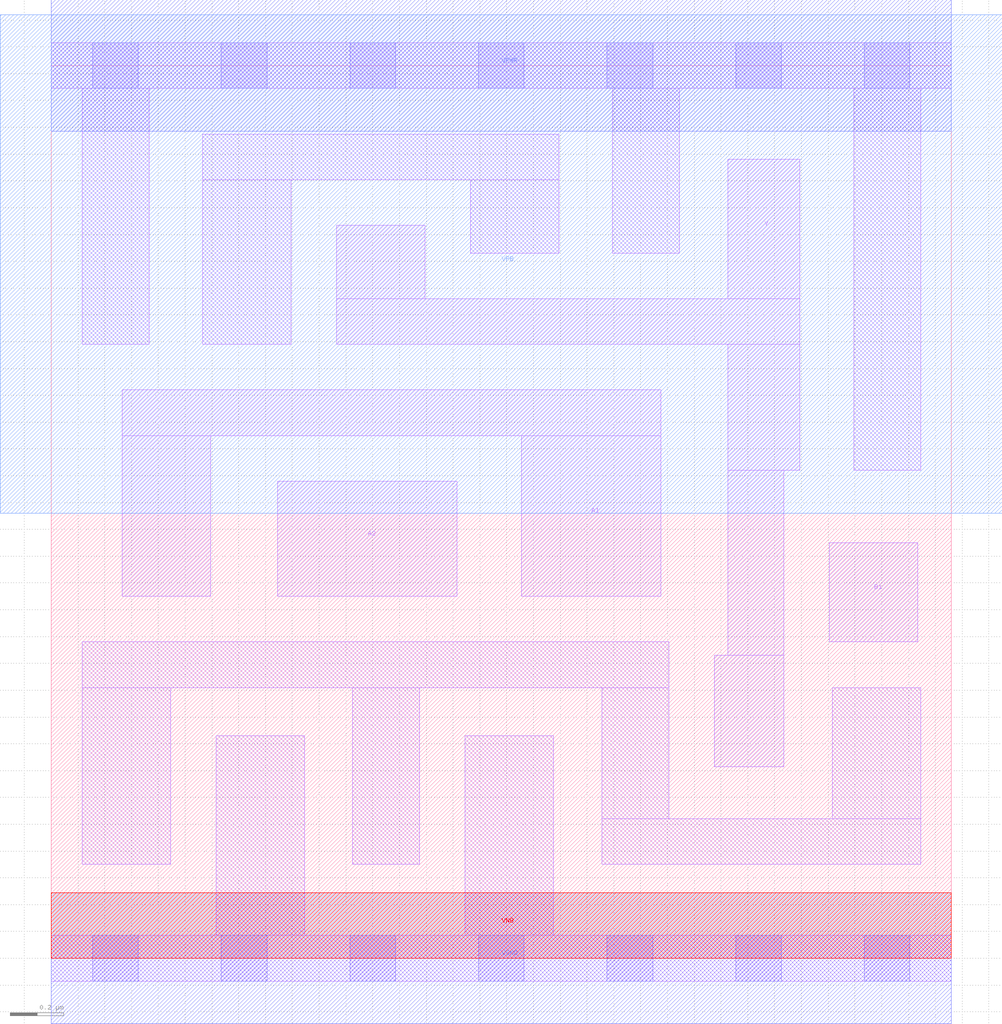
<source format=lef>
# Copyright 2020 The SkyWater PDK Authors
#
# Licensed under the Apache License, Version 2.0 (the "License");
# you may not use this file except in compliance with the License.
# You may obtain a copy of the License at
#
#     https://www.apache.org/licenses/LICENSE-2.0
#
# Unless required by applicable law or agreed to in writing, software
# distributed under the License is distributed on an "AS IS" BASIS,
# WITHOUT WARRANTIES OR CONDITIONS OF ANY KIND, either express or implied.
# See the License for the specific language governing permissions and
# limitations under the License.
#
# SPDX-License-Identifier: Apache-2.0

VERSION 5.7 ;
  NOWIREEXTENSIONATPIN ON ;
  DIVIDERCHAR "/" ;
  BUSBITCHARS "[]" ;
MACRO sky130_fd_sc_ls__o21ai_2
  CLASS CORE ;
  FOREIGN sky130_fd_sc_ls__o21ai_2 ;
  ORIGIN  0.000000  0.000000 ;
  SIZE  3.360000 BY  3.330000 ;
  SYMMETRY X Y ;
  SITE unit ;
  PIN A1
    ANTENNAGATEAREA  0.558000 ;
    DIRECTION INPUT ;
    USE SIGNAL ;
    PORT
      LAYER li1 ;
        RECT 0.265000 1.350000 0.595000 1.950000 ;
        RECT 0.265000 1.950000 2.275000 2.120000 ;
        RECT 1.755000 1.350000 2.275000 1.950000 ;
    END
  END A1
  PIN A2
    ANTENNAGATEAREA  0.558000 ;
    DIRECTION INPUT ;
    USE SIGNAL ;
    PORT
      LAYER li1 ;
        RECT 0.845000 1.350000 1.515000 1.780000 ;
    END
  END A2
  PIN B1
    ANTENNAGATEAREA  0.558000 ;
    DIRECTION INPUT ;
    USE SIGNAL ;
    PORT
      LAYER li1 ;
        RECT 2.905000 1.180000 3.235000 1.550000 ;
    END
  END B1
  PIN Y
    ANTENNADIFFAREA  0.961100 ;
    DIRECTION OUTPUT ;
    USE SIGNAL ;
    PORT
      LAYER li1 ;
        RECT 1.065000 2.290000 2.795000 2.460000 ;
        RECT 1.065000 2.460000 1.395000 2.735000 ;
        RECT 2.475000 0.715000 2.735000 1.130000 ;
        RECT 2.525000 1.130000 2.735000 1.820000 ;
        RECT 2.525000 1.820000 2.795000 2.290000 ;
        RECT 2.525000 2.460000 2.795000 2.980000 ;
    END
  END Y
  PIN VGND
    DIRECTION INOUT ;
    SHAPE ABUTMENT ;
    USE GROUND ;
    PORT
      LAYER met1 ;
        RECT 0.000000 -0.245000 3.360000 0.245000 ;
    END
  END VGND
  PIN VNB
    DIRECTION INOUT ;
    USE GROUND ;
    PORT
      LAYER pwell ;
        RECT 0.000000 0.000000 3.360000 0.245000 ;
    END
  END VNB
  PIN VPB
    DIRECTION INOUT ;
    USE POWER ;
    PORT
      LAYER nwell ;
        RECT -0.190000 1.660000 3.550000 3.520000 ;
    END
  END VPB
  PIN VPWR
    DIRECTION INOUT ;
    SHAPE ABUTMENT ;
    USE POWER ;
    PORT
      LAYER met1 ;
        RECT 0.000000 3.085000 3.360000 3.575000 ;
    END
  END VPWR
  OBS
    LAYER li1 ;
      RECT 0.000000 -0.085000 3.360000 0.085000 ;
      RECT 0.000000  3.245000 3.360000 3.415000 ;
      RECT 0.115000  0.350000 0.445000 1.010000 ;
      RECT 0.115000  1.010000 2.305000 1.180000 ;
      RECT 0.115000  2.290000 0.365000 3.245000 ;
      RECT 0.565000  2.290000 0.895000 2.905000 ;
      RECT 0.565000  2.905000 1.895000 3.075000 ;
      RECT 0.615000  0.085000 0.945000 0.830000 ;
      RECT 1.125000  0.350000 1.375000 1.010000 ;
      RECT 1.545000  0.085000 1.875000 0.830000 ;
      RECT 1.565000  2.630000 1.895000 2.905000 ;
      RECT 2.055000  0.350000 3.245000 0.520000 ;
      RECT 2.055000  0.520000 2.305000 1.010000 ;
      RECT 2.095000  2.630000 2.345000 3.245000 ;
      RECT 2.915000  0.520000 3.245000 1.010000 ;
      RECT 2.995000  1.820000 3.245000 3.245000 ;
    LAYER mcon ;
      RECT 0.155000 -0.085000 0.325000 0.085000 ;
      RECT 0.155000  3.245000 0.325000 3.415000 ;
      RECT 0.635000 -0.085000 0.805000 0.085000 ;
      RECT 0.635000  3.245000 0.805000 3.415000 ;
      RECT 1.115000 -0.085000 1.285000 0.085000 ;
      RECT 1.115000  3.245000 1.285000 3.415000 ;
      RECT 1.595000 -0.085000 1.765000 0.085000 ;
      RECT 1.595000  3.245000 1.765000 3.415000 ;
      RECT 2.075000 -0.085000 2.245000 0.085000 ;
      RECT 2.075000  3.245000 2.245000 3.415000 ;
      RECT 2.555000 -0.085000 2.725000 0.085000 ;
      RECT 2.555000  3.245000 2.725000 3.415000 ;
      RECT 3.035000 -0.085000 3.205000 0.085000 ;
      RECT 3.035000  3.245000 3.205000 3.415000 ;
  END
END sky130_fd_sc_ls__o21ai_2
END LIBRARY

</source>
